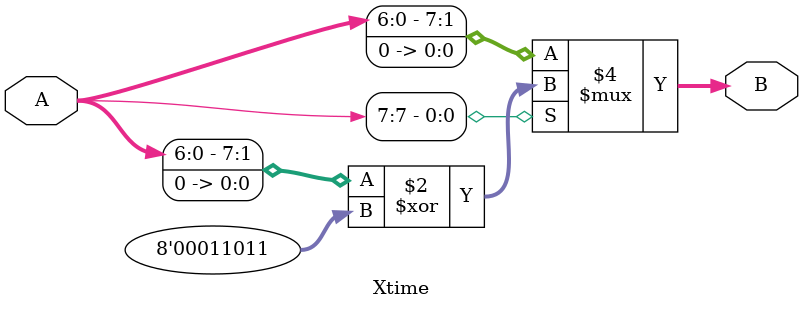
<source format=sv>
`timescale 1ns / 1ps


module Xtime(
input logic [7:0] A, // Input Byte
output logic [7:0] B // Output Byte
    );
    assign B = A[7] ? ((A<<1)^8'h1b) : (A<<1) ; 
endmodule
</source>
